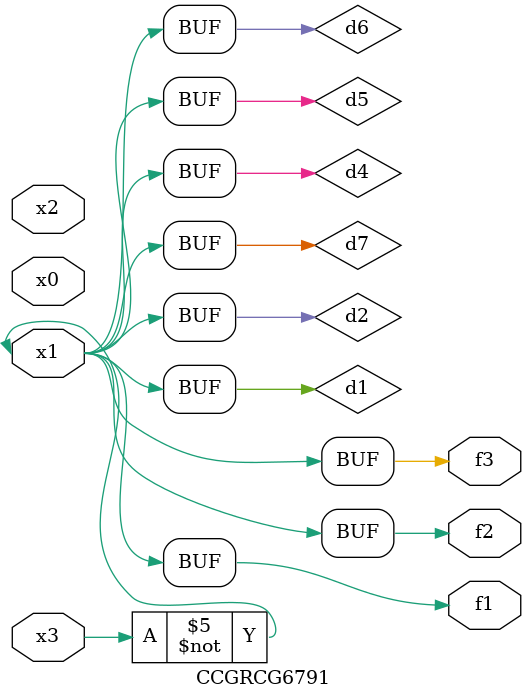
<source format=v>
module CCGRCG6791(
	input x0, x1, x2, x3,
	output f1, f2, f3
);

	wire d1, d2, d3, d4, d5, d6, d7;

	not (d1, x3);
	buf (d2, x1);
	xnor (d3, d1, d2);
	nor (d4, d1);
	buf (d5, d1, d2);
	buf (d6, d4, d5);
	nand (d7, d4);
	assign f1 = d6;
	assign f2 = d7;
	assign f3 = d6;
endmodule

</source>
